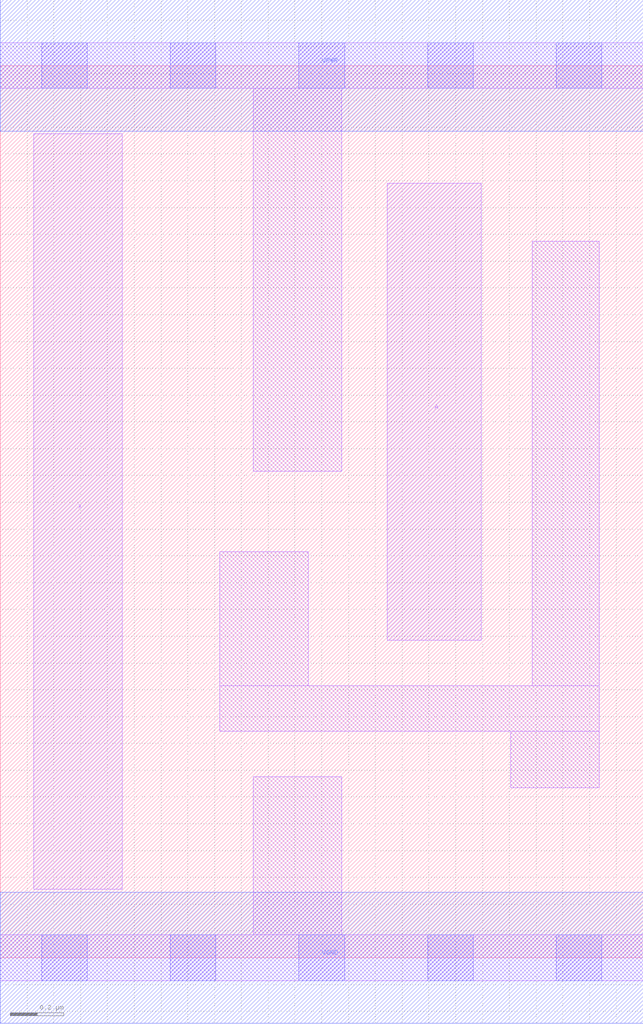
<source format=lef>
# Copyright 2020 The SkyWater PDK Authors
#
# Licensed under the Apache License, Version 2.0 (the "License");
# you may not use this file except in compliance with the License.
# You may obtain a copy of the License at
#
#     https://www.apache.org/licenses/LICENSE-2.0
#
# Unless required by applicable law or agreed to in writing, software
# distributed under the License is distributed on an "AS IS" BASIS,
# WITHOUT WARRANTIES OR CONDITIONS OF ANY KIND, either express or implied.
# See the License for the specific language governing permissions and
# limitations under the License.
#
# SPDX-License-Identifier: Apache-2.0

VERSION 5.7 ;
  NOWIREEXTENSIONATPIN ON ;
  DIVIDERCHAR "/" ;
  BUSBITCHARS "[]" ;
UNITS
  DATABASE MICRONS 200 ;
END UNITS
MACRO sky130_fd_sc_lp__buflp_1
  CLASS CORE ;
  FOREIGN sky130_fd_sc_lp__buflp_1 ;
  ORIGIN  0.000000  0.000000 ;
  SIZE  2.400000 BY  3.330000 ;
  SYMMETRY X Y R90 ;
  SITE unit ;
  PIN A
    ANTENNAGATEAREA  0.318000 ;
    DIRECTION INPUT ;
    USE SIGNAL ;
    PORT
      LAYER li1 ;
        RECT 1.445000 1.185000 1.795000 2.890000 ;
    END
  END A
  PIN X
    ANTENNADIFFAREA  0.598500 ;
    DIRECTION OUTPUT ;
    USE SIGNAL ;
    PORT
      LAYER li1 ;
        RECT 0.125000 0.255000 0.455000 3.075000 ;
    END
  END X
  PIN VGND
    DIRECTION INOUT ;
    USE GROUND ;
    PORT
      LAYER met1 ;
        RECT 0.000000 -0.245000 2.400000 0.245000 ;
    END
  END VGND
  PIN VPWR
    DIRECTION INOUT ;
    USE POWER ;
    PORT
      LAYER met1 ;
        RECT 0.000000 3.085000 2.400000 3.575000 ;
    END
  END VPWR
  OBS
    LAYER li1 ;
      RECT 0.000000 -0.085000 2.400000 0.085000 ;
      RECT 0.000000  3.245000 2.400000 3.415000 ;
      RECT 0.820000  0.845000 2.235000 1.015000 ;
      RECT 0.820000  1.015000 1.150000 1.515000 ;
      RECT 0.945000  0.085000 1.275000 0.675000 ;
      RECT 0.945000  1.815000 1.275000 3.245000 ;
      RECT 1.905000  0.635000 2.235000 0.845000 ;
      RECT 1.985000  1.015000 2.235000 2.675000 ;
    LAYER mcon ;
      RECT 0.155000 -0.085000 0.325000 0.085000 ;
      RECT 0.155000  3.245000 0.325000 3.415000 ;
      RECT 0.635000 -0.085000 0.805000 0.085000 ;
      RECT 0.635000  3.245000 0.805000 3.415000 ;
      RECT 1.115000 -0.085000 1.285000 0.085000 ;
      RECT 1.115000  3.245000 1.285000 3.415000 ;
      RECT 1.595000 -0.085000 1.765000 0.085000 ;
      RECT 1.595000  3.245000 1.765000 3.415000 ;
      RECT 2.075000 -0.085000 2.245000 0.085000 ;
      RECT 2.075000  3.245000 2.245000 3.415000 ;
  END
END sky130_fd_sc_lp__buflp_1
END LIBRARY

</source>
